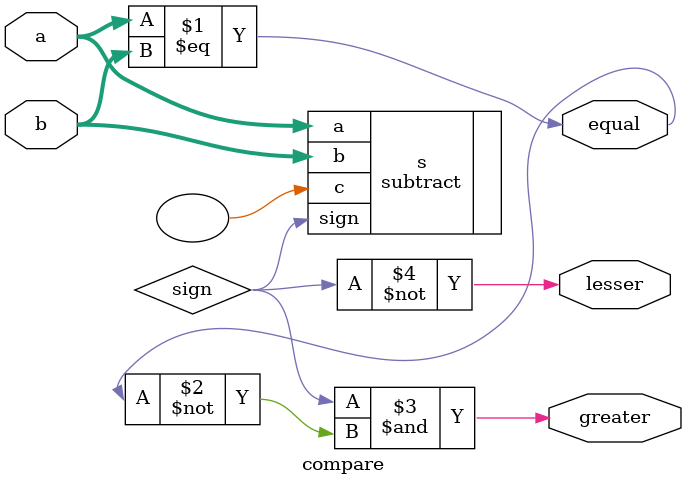
<source format=v>
module compare(input[7:0] a, b, output equal, greater, lesser);
  wire sign;
  assign equal = (a == b);
  assign greater = sign & ~equal;
  assign lesser = ~sign;

  subtract s(
    .a (a),
    .b (b),
    .c (),
    .sign (sign)
  );
endmodule

</source>
